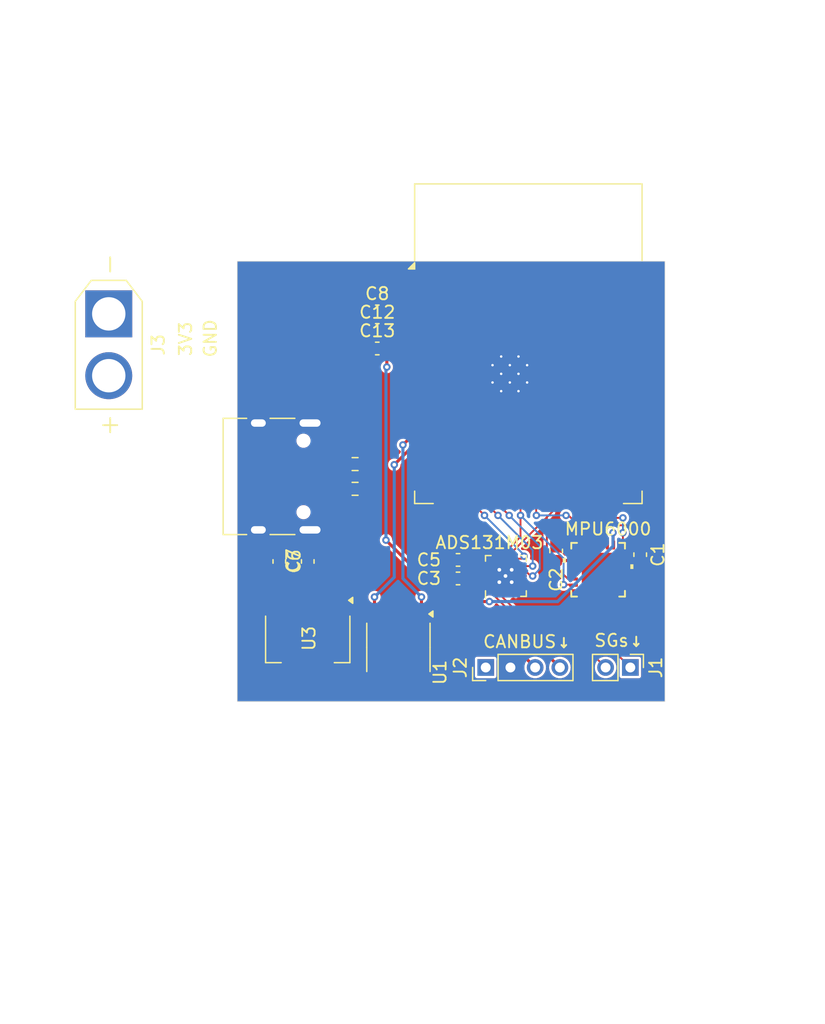
<source format=kicad_pcb>
(kicad_pcb (version 20240108) (generator "pcbnew") (generator_version "8.0")
  (layers (0 "F.Cu" signal) (31 "B.Cu" signal) (34 "B.Paste" user) (35 "F.Paste" user) (36 "B.SilkS" user "B.Silkscreen") (37 "F.SilkS" user "F.Silkscreen") (38 "B.Mask" user) (39 "F.Mask" user) (44 "Edge.Cuts" user))
  (net 0 "")
  (net 1 "+3V3")
  (net 2 "/SYNC_{ADC}")
  (net 3 "/ADS-")
  (net 5 "GND")
  (net 7 "/CLK_{ADC}")
  (net 8 "/SCLK")
  (net 9 "Net-(ADS131M03-CAP)")
  (net 10 "/ADS+")
  (net 11 "/DRDY_{ADC}")
  (net 12 "/MISO")
  (net 14 "/CS_{ADC}")
  (net 15 "/MOSI")
  (net 19 "Net-(MPU6000-REGOUT)")
  (net 20 "Net-(MPU6000-CPOUT)")
  (net 21 "+5V")
  (net 22 "/CANL")
  (net 23 "/CANH")
  (net 29 "/INT_{gyro}")
  (net 34 "/CS_{gyro}")
  (net 37 "Net-(P1-D+)")
  (net 38 "Net-(P1-D-)")
  (net 54 "/USB_{D}+")
  (net 55 "/USB_{D}-")
  (net 63 "/RX")
  (net 64 "/TX")
  (footprint "Connector_PinHeader_2.00mm:PinHeader_1x02_P2.00mm_Vertical" (layer "F.Cu") (at 186.6 89.8 -90)
    (property "Reference" "J1" (at 0 -2.06 90) (layer "F.SilkS"))
    (property "Value" "Conn_01x02_Socket")
    (fp_line (start -1.06 3.06) (end 1.06 3.06) (stroke (width 0.12)) (layer "F.SilkS"))
    (fp_line (start -1.06 1) (end -1.06 3.06) (stroke (width 0.12)) (layer "F.SilkS"))
    (fp_line (start -1.06 1) (end 1.06 1) (stroke (width 0.12)) (layer "F.SilkS"))
    (fp_line (start 1.06 1) (end 1.06 3.06) (stroke (width 0.12)) (layer "F.SilkS"))
    (fp_line (start -1.06 0) (end -1.06 -1.06) (stroke (width 0.12)) (layer "F.SilkS"))
    (fp_line (start -1.06 -1.06) (end 0 -1.06) (stroke (width 0.12)) (layer "F.SilkS"))
    (pad "1" thru_hole rect (at 0 0 270) (size 1.35 1.35) (drill 0.8) (layers "*.Cu" "*.Mask") (net 3 "/ADS-"))
    (pad "2" thru_hole oval (at 0 2 270) (size 1.35 1.35) (drill 0.8) (layers "*.Cu" "*.Mask") (net 10 "/ADS+"))
  )
  (footprint "0_stuff:ads" (layer "F.Cu") (at 176.533334 82.4 90)
    (property "Reference" "ADS131M03" (at 2.7 -1.333334 0) (layer "F.SilkS"))
    (property "Value" "~")
    (fp_line (start 1.65 -1.65) (end 1.65 -1.2) (stroke (width 0.12)) (layer "F.SilkS"))
    (fp_line (start 1.2 -1.65) (end 1.65 -1.65) (stroke (width 0.12)) (layer "F.SilkS"))
    (fp_line (start -1.2 -1.65) (end -1.8 -1.65) (stroke (width 0.12)) (layer "F.SilkS"))
    (fp_line (start 1.65 1.65) (end 1.65 1.2) (stroke (width 0.12)) (layer "F.SilkS"))
    (fp_line (start 1.2 1.65) (end 1.65 1.65) (stroke (width 0.12)) (layer "F.SilkS"))
    (fp_line (start -1.2 1.65) (end -1.65 1.65) (stroke (width 0.12)) (layer "F.SilkS"))
    (fp_line (start -1.65 1.65) (end -1.65 1.2) (stroke (width 0.12)) (layer "F.SilkS"))
    (pad "1" smd oval (at -1.4 -0.8 180) (size 0.2 0.6) (layers "F.Cu" "F.Paste" "F.Mask") (net 10 "/ADS+"))
    (pad "2" smd oval (at -1.4 -0.4 180) (size 0.2 0.6) (layers "F.Cu" "F.Paste" "F.Mask") (net 3 "/ADS-"))
    (pad "3" smd oval (at -1.4 0 180) (size 0.2 0.6) (layers "F.Cu" "F.Paste" "F.Mask"))
    (pad "4" smd oval (at -1.4 0.4 180) (size 0.2 0.6) (layers "F.Cu" "F.Paste" "F.Mask"))
    (pad "5" smd oval (at -1.4 0.8 180) (size 0.2 0.6) (layers "F.Cu" "F.Paste" "F.Mask"))
    (pad "6" smd oval (at -0.8 1.4 90) (size 0.2 0.6) (layers "F.Cu" "F.Paste" "F.Mask"))
    (pad "7" smd oval (at -0.4 1.4 90) (size 0.2 0.6) (layers "F.Cu" "F.Paste" "F.Mask"))
    (pad "8" smd oval (at 0 1.4 90) (size 0.2 0.6) (layers "F.Cu" "F.Paste" "F.Mask"))
    (pad "9" smd oval (at 0.4 1.4 90) (size 0.2 0.6) (layers "F.Cu" "F.Paste" "F.Mask") (net 2 "/SYNC_{ADC}"))
    (pad "10" smd oval (at 0.8 1.4 90) (size 0.2 0.6) (layers "F.Cu" "F.Paste" "F.Mask") (net 14 "/CS_{ADC}"))
    (pad "11" smd oval (at 1.4 0.8 180) (size 0.2 0.6) (layers "F.Cu" "F.Paste" "F.Mask") (net 11 "/DRDY_{ADC}"))
    (pad "12" smd oval (at 1.4 0.4 180) (size 0.2 0.6) (layers "F.Cu" "F.Paste" "F.Mask") (net 8 "/SCLK"))
    (pad "13" smd oval (at 1.4 0 180) (size 0.2 0.6) (layers "F.Cu" "F.Paste" "F.Mask") (net 12 "/MISO"))
    (pad "14" smd oval (at 1.4 -0.4 180) (size 0.2 0.6) (layers "F.Cu" "F.Paste" "F.Mask") (net 15 "/MOSI"))
    (pad "15" smd oval (at 1.4 -0.8 180) (size 0.2 0.6) (layers "F.Cu" "F.Paste" "F.Mask") (net 7 "/CLK_{ADC}"))
    (pad "16" smd oval (at 0.8 -1.4 90) (size 0.2 0.6) (layers "F.Cu" "F.Paste" "F.Mask") (net 9 "Net-(ADS131M03-CAP)"))
    (pad "17" smd oval (at 0.4 -1.4 90) (size 0.2 0.6) (layers "F.Cu" "F.Paste" "F.Mask") (net 5 "GND"))
    (pad "18" smd oval (at 0 -1.4 90) (size 0.2 0.6) (layers "F.Cu" "F.Paste" "F.Mask") (net 1 "+3V3"))
    (pad "19" smd oval (at -0.4 -1.4 90) (size 0.2 0.6) (layers "F.Cu" "F.Paste" "F.Mask") (net 1 "+3V3"))
    (pad "20" smd oval (at -0.8 -1.4 90) (size 0.2 0.6) (layers "F.Cu" "F.Paste" "F.Mask") (net 5 "GND"))
    (pad "21" smd rect (at 0 0 90) (size 1.7 1.7) (layers "F.Cu" "F.Mask"))
  )
  (footprint "Connector_AMASS:AMASS_XT30U-M_1x02_P5.0mm_Vertical" (layer "F.Cu") (at 144.4 61.2 -90)
    (property "Reference" "J3" (at 2.5 -4 -90) (layer "F.SilkS"))
    (property "Value" "Conn_01x02_Socket")
    (fp_line (start -1.01 2.71) (end 7.71 2.71) (stroke (width 0.12)) (layer "F.SilkS"))
    (fp_line (start -2.71 1.41) (end -1.01 2.71) (stroke (width 0.12)) (layer "F.SilkS"))
    (fp_line (start -2.71 -1.41) (end -2.71 1.41) (stroke (width 0.12)) (layer "F.SilkS"))
    (fp_line (start -2.71 -1.41) (end -1.01 -2.71) (stroke (width 0.12)) (layer "F.SilkS"))
    (fp_line (start -1.01 -2.71) (end 7.71 -2.71) (stroke (width 0.12)) (layer "F.SilkS"))
    (fp_line (start 7.71 -2.71) (end 7.71 2.71) (stroke (width 0.12)) (layer "F.SilkS"))
    (fp_text user "-" (at -4 0 -90) (layer "F.SilkS") (effects (font (size 1.5 1.5))))
    (fp_text user "+" (at 9 0 -90) (layer "F.SilkS") (effects (font (size 1.5 1.5))))
    (pad "1" thru_hole rect (at 0 0 270) (size 3.8 3.8) (drill 2.7) (layers "*.Cu" "*.Mask") (net 5 "GND"))
    (pad "2" thru_hole circle (at 5 0 270) (size 3.8 3.8) (drill 2.7) (layers "*.Cu" "*.Mask") (net 1 "+3V3"))
  )
  (footprint "Capacitor_SMD:C_0603_1608Metric" (layer "F.Cu") (at 160.5 81.225 -90)
    (property "Reference" "C7" (at -0.075 1.2 90) (layer "F.SilkS"))
    (property "Value" "22u")
    (fp_line (start -0.14058 0.51) (end 0.14058 0.51) (stroke (width 0.12)) (layer "F.SilkS"))
    (fp_line (start -0.14058 -0.51) (end 0.14058 -0.51) (stroke (width 0.12)) (layer "F.SilkS"))
    (pad "1" smd roundrect (at -0.775 0 270) (size 0.9 0.95) (layers "F.Cu" "F.Paste" "F.Mask") (net 5 "GND"))
    (pad "2" smd roundrect (at 0.775 0 270) (size 0.9 0.95) (layers "F.Cu" "F.Paste" "F.Mask") (net 1 "+3V3"))
  )
  (footprint "0_stuff:QFN24_4X4X0P9_IVS" (layer "F.Cu") (at 183.9939 81.8939 90)
    (property "Reference" "MPU6000" (at 3.2939 0.8061 0) (layer "F.SilkS"))
    (property "Value" "~")
    (fp_line (start 2.1717 -2.1717) (end 1.70974 -2.1717) (stroke (width 0.1524)) (layer "F.SilkS"))
    (fp_line (start -1.70974 -2.1717) (end -2.1717 -2.1717) (stroke (width 0.1524)) (layer "F.SilkS"))
    (fp_line (start -2.1717 -2.1717) (end -2.1717 -1.70974) (stroke (width 0.1524)) (layer "F.SilkS"))
    (fp_line (start 2.1717 -1.70974) (end 2.1717 -2.1717) (stroke (width 0.1524)) (layer "F.SilkS"))
    (fp_line (start -2.1717 1.70974) (end -2.1717 2.1717) (stroke (width 0.1524)) (layer "F.SilkS"))
    (fp_line (start 2.1717 2.1717) (end 2.1717 1.70974) (stroke (width 0.1524)) (layer "F.SilkS"))
    (fp_line (start 1.70974 2.1717) (end 2.1717 2.1717) (stroke (width 0.1524)) (layer "F.SilkS"))
    (fp_line (start -2.1717 2.1717) (end -1.70974 2.1717) (stroke (width 0.1524)) (layer "F.SilkS"))
    (fp_poly (pts (xy 0.559501 -2.6035) (xy 0.559501 -2.8575) (xy 0.940501 -2.8575) (xy 0.940501 -2.6035)) (fill solid) (layer "F.SilkS"))
    (fp_poly (pts (xy 0.059499 2.6035) (xy 0.059499 2.8575) (xy 0.4405 2.8575) (xy 0.4405 2.6035)) (fill solid) (layer "F.SilkS"))
    (pad "1" smd rect (at -1.9939 -1.25 180) (size 0.254 0.7112) (layers "F.Cu" "F.Paste" "F.Mask") (net 5 "GND"))
    (pad "2" smd rect (at -1.9939 -0.750001 180) (size 0.254 0.7112) (layers "F.Cu" "F.Paste" "F.Mask"))
    (pad "3" smd rect (at -1.9939 -0.25 180) (size 0.254 0.7112) (layers "F.Cu" "F.Paste" "F.Mask"))
    (pad "4" smd rect (at -1.9939 0.25 180) (size 0.254 0.7112) (layers "F.Cu" "F.Paste" "F.Mask"))
    (pad "5" smd rect (at -1.9939 0.750001 180) (size 0.254 0.7112) (layers "F.Cu" "F.Paste" "F.Mask"))
    (pad "6" smd rect (at -1.9939 1.25 180) (size 0.254 0.7112) (layers "F.Cu" "F.Paste" "F.Mask") (net 5 "GND"))
    (pad "7" smd rect (at -1.25 1.9939 90) (size 0.254 0.7112) (layers "F.Cu" "F.Paste" "F.Mask") (net 5 "GND"))
    (pad "8" smd rect (at -0.750001 1.9939 90) (size 0.254 0.7112) (layers "F.Cu" "F.Paste" "F.Mask") (net 34 "/CS_{gyro}"))
    (pad "9" smd rect (at -0.25 1.9939 90) (size 0.254 0.7112) (layers "F.Cu" "F.Paste" "F.Mask") (net 12 "/MISO"))
    (pad "10" smd rect (at 0.25 1.9939 90) (size 0.254 0.7112) (layers "F.Cu" "F.Paste" "F.Mask") (net 19 "Net-(MPU6000-REGOUT)"))
    (pad "11" smd rect (at 0.750001 1.9939 90) (size 0.254 0.7112) (layers "F.Cu" "F.Paste" "F.Mask") (net 5 "GND"))
    (pad "12" smd rect (at 1.25 1.9939 90) (size 0.254 0.7112) (layers "F.Cu" "F.Paste" "F.Mask") (net 29 "/INT_{gyro}"))
    (pad "13" smd rect (at 1.9939 1.25 180) (size 0.254 0.7112) (layers "F.Cu" "F.Paste" "F.Mask") (net 1 "+3V3"))
    (pad "14" smd rect (at 1.9939 0.750001 180) (size 0.254 0.7112) (layers "F.Cu" "F.Paste" "F.Mask"))
    (pad "15" smd rect (at 1.9939 0.25 180) (size 0.254 0.7112) (layers "F.Cu" "F.Paste" "F.Mask"))
    (pad "16" smd rect (at 1.9939 -0.25 180) (size 0.254 0.7112) (layers "F.Cu" "F.Paste" "F.Mask"))
    (pad "17" smd rect (at 1.9939 -0.750001 180) (size 0.254 0.7112) (layers "F.Cu" "F.Paste" "F.Mask"))
    (pad "18" smd rect (at 1.9939 -1.25 180) (size 0.254 0.7112) (layers "F.Cu" "F.Paste" "F.Mask") (net 5 "GND"))
    (pad "19" smd rect (at 1.25 -1.9939 90) (size 0.254 0.7112) (layers "F.Cu" "F.Paste" "F.Mask"))
    (pad "20" smd rect (at 0.750001 -1.9939 90) (size 0.254 0.7112) (layers "F.Cu" "F.Paste" "F.Mask") (net 20 "Net-(MPU6000-CPOUT)"))
    (pad "21" smd rect (at 0.25 -1.9939 90) (size 0.254 0.7112) (layers "F.Cu" "F.Paste" "F.Mask"))
    (pad "22" smd rect (at -0.25 -1.9939 90) (size 0.254 0.7112) (layers "F.Cu" "F.Paste" "F.Mask"))
    (pad "23" smd rect (at -0.750001 -1.9939 90) (size 0.254 0.7112) (layers "F.Cu" "F.Paste" "F.Mask") (net 8 "/SCLK"))
    (pad "24" smd rect (at -1.25 -1.9939 90) (size 0.254 0.7112) (layers "F.Cu" "F.Paste" "F.Mask") (net 15 "/MOSI"))
    (pad "25" smd rect (at 0 0 90) (size 2.7432 2.6416) (layers "F.Cu" "F.Paste" "F.Mask"))
  )
  (footprint "Capacitor_SMD:C_0603_1608Metric" (layer "F.Cu") (at 166.125 62.5)
    (property "Reference" "C12" (at 0 -1.43 0) (layer "F.SilkS"))
    (property "Value" "10n")
    (fp_line (start -0.14058 -0.51) (end 0.14058 -0.51) (stroke (width 0.12)) (layer "F.SilkS"))
    (fp_line (start -0.14058 0.51) (end 0.14058 0.51) (stroke (width 0.12)) (layer "F.SilkS"))
    (pad "1" smd roundrect (at -0.775 0) (size 0.9 0.95) (layers "F.Cu" "F.Paste" "F.Mask") (net 5 "GND"))
    (pad "2" smd roundrect (at 0.775 0) (size 0.9 0.95) (layers "F.Cu" "F.Paste" "F.Mask") (net 1 "+3V3"))
  )
  (footprint "Package_TO_SOT_SMD:SOT-223-3_TabPin2" (layer "F.Cu") (at 160.5 87.5 -90)
    (property "Reference" "U3" (at -0.05 -0.1 90) (layer "F.SilkS"))
    (property "Value" "AZ1117-3.3")
    (fp_line (start -1.85 3.41) (end 1.91 3.41) (stroke (width 0.12)) (layer "F.SilkS"))
    (fp_line (start 1.91 3.41) (end 1.91 2.15) (stroke (width 0.12)) (layer "F.SilkS"))
    (fp_line (start -1.85 -3.41) (end 1.91 -3.41) (stroke (width 0.12)) (layer "F.SilkS"))
    (fp_line (start 1.91 -3.41) (end 1.91 -2.15) (stroke (width 0.12)) (layer "F.SilkS"))
    (fp_poly (pts (xy -3.13 -3.31) (xy -3.37 -3.64) (xy -2.89 -3.64) (xy -3.13 -3.31)) (stroke (width 0.12)) (fill solid) (layer "F.SilkS"))
    (pad "1" smd roundrect (at -3.15 -2.3 270) (size 2 1.5) (layers "F.Cu" "F.Paste" "F.Mask") (net 5 "GND"))
    (pad "2" smd roundrect (at -3.15 0 270) (size 2 1.5) (layers "F.Cu" "F.Paste" "F.Mask") (net 1 "+3V3"))
    (pad "2" smd roundrect (at 3.15 0 270) (size 2 3.8) (layers "F.Cu" "F.Paste" "F.Mask") (net 1 "+3V3"))
    (pad "3" smd roundrect (at -3.15 2.3 270) (size 2 1.5) (layers "F.Cu" "F.Paste" "F.Mask") (net 21 "+5V"))
  )
  (footprint "Resistor_SMD:R_0603_1608Metric" (layer "F.Cu") (at 164.33 75.35)
    (property "Reference" "R2" (hide yes))
    (property "Value" "22")
    (fp_line (start -0.237258 -0.5225) (end 0.237258 -0.5225) (stroke (width 0.12)) (layer "F.SilkS"))
    (fp_line (start -0.237258 0.5225) (end 0.237258 0.5225) (stroke (width 0.12)) (layer "F.SilkS"))
    (pad "1" smd roundrect (at -0.825 0) (size 0.8 0.95) (layers "F.Cu" "F.Paste" "F.Mask") (net 38 "Net-(P1-D-)"))
    (pad "2" smd roundrect (at 0.825 0) (size 0.8 0.95) (layers "F.Cu" "F.Paste" "F.Mask") (net 55 "/USB_{D}-"))
  )
  (footprint "Capacitor_SMD:C_0603_1608Metric" (layer "F.Cu") (at 172.658334 81.1)
    (property "Reference" "C5" (at -2.358334 0 0) (layer "F.SilkS"))
    (property "Value" "220n")
    (fp_line (start -0.14058 -0.51) (end 0.14058 -0.51) (stroke (width 0.12)) (layer "F.SilkS"))
    (fp_line (start -0.14058 0.51) (end 0.14058 0.51) (stroke (width 0.12)) (layer "F.SilkS"))
    (pad "1" smd roundrect (at -0.775 0) (size 0.9 0.95) (layers "F.Cu" "F.Paste" "F.Mask") (net 5 "GND"))
    (pad "2" smd roundrect (at 0.775 0) (size 0.9 0.95) (layers "F.Cu" "F.Paste" "F.Mask") (net 9 "Net-(ADS131M03-CAP)"))
  )
  (footprint "Resistor_SMD:R_0603_1608Metric" (layer "F.Cu") (at 164.33 73.35)
    (property "Reference" "R1" (hide yes))
    (property "Value" "22")
    (fp_line (start -0.237258 -0.5225) (end 0.237258 -0.5225) (stroke (width 0.12)) (layer "F.SilkS"))
    (fp_line (start -0.237258 0.5225) (end 0.237258 0.5225) (stroke (width 0.12)) (layer "F.SilkS"))
    (pad "1" smd roundrect (at -0.825 0) (size 0.8 0.95) (layers "F.Cu" "F.Paste" "F.Mask") (net 37 "Net-(P1-D+)"))
    (pad "2" smd roundrect (at 0.825 0) (size 0.8 0.95) (layers "F.Cu" "F.Paste" "F.Mask") (net 54 "/USB_{D}+"))
  )
  (footprint "RF_Module:ESP32-S3-WROOM-1" (layer "F.Cu") (at 178.35 63.59)
    (property "Reference" "U2" (hide yes))
    (property "Value" "ESP32-S3-WROOM-1")
    (fp_line (start -9.2 -12.9) (end -9.2 -6.7) (stroke (width 0.12)) (layer "F.SilkS"))
    (fp_line (start -9.2 -12.9) (end 9.2 -12.9) (stroke (width 0.12)) (layer "F.SilkS"))
    (fp_line (start -9.2 11.95) (end -9.2 12.95) (stroke (width 0.12)) (layer "F.SilkS"))
    (fp_line (start -9.2 12.95) (end -7.7 12.95) (stroke (width 0.12)) (layer "F.SilkS"))
    (fp_line (start 9.2 -12.9) (end 9.2 -6.7) (stroke (width 0.12)) (layer "F.SilkS"))
    (fp_line (start 9.2 12.95) (end 7.7 12.95) (stroke (width 0.12)) (layer "F.SilkS"))
    (fp_line (start 9.2 12.95) (end 9.2 11.95) (stroke (width 0.12)) (layer "F.SilkS"))
    (fp_poly (pts (xy -9.2 -6.025) (xy -9.7 -6.025) (xy -9.2 -6.525) (xy -9.2 -6.025)) (stroke (width 0.12)) (fill solid) (layer "F.SilkS"))
    (pad "1" smd rect (at -8.75 -5.26) (size 1.5 0.9) (layers "F.Cu" "F.Paste" "F.Mask") (net 5 "GND"))
    (pad "2" smd rect (at -8.75 -3.99) (size 1.5 0.9) (layers "F.Cu" "F.Paste" "F.Mask") (net 1 "+3V3"))
    (pad "3" smd rect (at -8.75 -2.72) (size 1.5 0.9) (layers "F.Cu" "F.Paste" "F.Mask"))
    (pad "4" smd rect (at -8.75 -1.45) (size 1.5 0.9) (layers "F.Cu" "F.Paste" "F.Mask"))
    (pad "5" smd rect (at -8.75 -0.18) (size 1.5 0.9) (layers "F.Cu" "F.Paste" "F.Mask"))
    (pad "6" smd rect (at -8.75 1.09) (size 1.5 0.9) (layers "F.Cu" "F.Paste" "F.Mask"))
    (pad "7" smd rect (at -8.75 2.36) (size 1.5 0.9) (layers "F.Cu" "F.Paste" "F.Mask"))
    (pad "8" smd rect (at -8.75 3.63) (size 1.5 0.9) (layers "F.Cu" "F.Paste" "F.Mask"))
    (pad "9" smd rect (at -8.75 4.9) (size 1.5 0.9) (layers "F.Cu" "F.Paste" "F.Mask"))
    (pad "10" smd rect (at -8.75 6.17) (size 1.5 0.9) (layers "F.Cu" "F.Paste" "F.Mask"))
    (pad "11" smd rect (at -8.75 7.44) (size 1.5 0.9) (layers "F.Cu" "F.Paste" "F.Mask") (net 64 "/TX"))
    (pad "12" smd rect (at -8.75 8.71) (size 1.5 0.9) (layers "F.Cu" "F.Paste" "F.Mask") (net 63 "/RX"))
    (pad "13" smd rect (at -8.75 9.98) (size 1.5 0.9) (layers "F.Cu" "F.Paste" "F.Mask") (net 55 "/USB_{D}-"))
    (pad "14" smd rect (at -8.75 11.25 180) (size 1.5 0.9) (layers "F.Cu" "F.Paste" "F.Mask") (net 54 "/USB_{D}+"))
    (pad "15" smd rect (at -6.985 12.5 270) (size 1.5 0.9) (layers "F.Cu" "F.Paste" "F.Mask"))
    (pad "16" smd rect (at -5.715 12.5 270) (size 1.5 0.9) (layers "F.Cu" "F.Paste" "F.Mask") (net 7 "/CLK_{ADC}"))
    (pad "17" smd rect (at -4.445 12.5 270) (size 1.5 0.9) (layers "F.Cu" "F.Paste" "F.Mask") (net 11 "/DRDY_{ADC}"))
    (pad "18" smd rect (at -3.175 12.5 270) (size 1.5 0.9) (layers "F.Cu" "F.Paste" "F.Mask") (net 14 "/CS_{ADC}"))
    (pad "19" smd rect (at -1.905 12.5 270) (size 1.5 0.9) (layers "F.Cu" "F.Paste" "F.Mask") (net 2 "/SYNC_{ADC}"))
    (pad "20" smd rect (at -0.635 12.5 270) (size 1.5 0.9) (layers "F.Cu" "F.Paste" "F.Mask") (net 15 "/MOSI"))
    (pad "21" smd rect (at 0.635 12.5 270) (size 1.5 0.9) (layers "F.Cu" "F.Paste" "F.Mask") (net 12 "/MISO"))
    (pad "22" smd rect (at 1.905 12.5 270) (size 1.5 0.9) (layers "F.Cu" "F.Paste" "F.Mask") (net 8 "/SCLK"))
    (pad "23" smd rect (at 3.175 12.5 270) (size 1.5 0.9) (layers "F.Cu" "F.Paste" "F.Mask"))
    (pad "24" smd rect (at 4.445 12.5 270) (size 1.5 0.9) (layers "F.Cu" "F.Paste" "F.Mask"))
    (pad "25" smd rect (at 5.715 12.5 270) (size 1.5 0.9) (layers "F.Cu" "F.Paste" "F.Mask") (net 29 "/INT_{gyro}"))
    (pad "26" smd rect (at 6.985 12.5 270) (size 1.5 0.9) (layers "F.Cu" "F.Paste" "F.Mask") (net 34 "/CS_{gyro}"))
    (pad "27" smd rect (at 8.75 11.25) (size 1.5 0.9) (layers "F.Cu" "F.Paste" "F.Mask"))
    (pad "28" smd rect (at 8.75 9.98) (size 1.5 0.9) (layers "F.Cu" "F.Paste" "F.Mask"))
    (pad "29" smd rect (at 8.75 8.71) (size 1.5 0.9) (layers "F.Cu" "F.Paste" "F.Mask"))
    (pad "30" smd rect (at 8.75 7.44) (size 1.5 0.9) (layers "F.Cu" "F.Paste" "F.Mask"))
    (pad "31" smd rect (at 8.75 6.17) (size 1.5 0.9) (layers "F.Cu" "F.Paste" "F.Mask"))
    (pad "32" smd rect (at 8.75 4.9) (size 1.5 0.9) (layers "F.Cu" "F.Paste" "F.Mask"))
    (pad "33" smd rect (at 8.75 3.63) (size 1.5 0.9) (layers "F.Cu" "F.Paste" "F.Mask"))
    (pad "34" smd rect (at 8.75 2.36) (size 1.5 0.9) (layers "F.Cu" "F.Paste" "F.Mask"))
    (pad "35" smd rect (at 8.75 1.09) (size 1.5 0.9) (layers "F.Cu" "F.Paste" "F.Mask"))
    (pad "36" smd rect (at 8.75 -0.18) (size 1.5 0.9) (layers "F.Cu" "F.Paste" "F.Mask"))
    (pad "37" smd rect (at 8.75 -1.45) (size 1.5 0.9) (layers "F.Cu" "F.Paste" "F.Mask"))
    (pad "38" smd rect (at 8.75 -2.72) (size 1.5 0.9) (layers "F.Cu" "F.Paste" "F.Mask"))
    (pad "39" smd rect (at 8.75 -3.99) (size 1.5 0.9) (layers "F.Cu" "F.Paste" "F.Mask"))
    (pad "40" smd rect (at 8.75 -5.26) (size 1.5 0.9) (layers "F.Cu" "F.Paste" "F.Mask") (net 5 "GND"))
    (pad "41" thru_hole circle (at -2.9 1.76 90) (size 0.6 0.6) (drill 0.2) (property pad_prop_heatsink) (layers "*.Cu" "F.Mask") (net 5 "GND"))
    (pad "41" thru_hole circle (at -2.9 3.16) (size 0.6 0.6) (drill 0.2) (property pad_prop_heatsink) (layers "*.Cu" "F.Mask") (net 5 "GND"))
    (pad "41" thru_hole circle (at -2.2 1.06) (size 0.6 0.6) (drill 0.2) (property pad_prop_heatsink) (layers "*.Cu" "F.Mask") (net 5 "GND"))
    (pad "41" thru_hole circle (at -2.2 2.46) (size 0.6 0.6) (drill 0.2) (property pad_prop_heatsink) (layers "*.Cu" "F.Mask") (net 5 "GND"))
    (pad "41" thru_hole circle (at -2.2 3.86) (size 0.6 0.6) (drill 0.2) (property pad_prop_heatsink) (layers "*.Cu" "F.Mask") (net 5 "GND"))
    (pad "41" thru_hole circle (at -1.5 1.76) (size 0.6 0.6) (drill 0.2) (property pad_prop_heatsink) (layers "*.Cu" "F.Mask") (net 5 "GND"))
    (pad "41" smd rect (at -1.5 2.46 270) (size 3.9 3.9) (layers "F.Cu" "F.Mask") (net 5 "GND"))
    (pad "41" thru_hole circle (at -1.5 3.16) (size 0.6 0.6) (drill 0.2) (property pad_prop_heatsink) (layers "*.Cu" "F.Mask") (net 5 "GND"))
    (pad "41" thru_hole circle (at -0.8 1.06) (size 0.6 0.6) (drill 0.2) (property pad_prop_heatsink) (layers "*.Cu" "F.Mask") (net 5 "GND"))
    (pad "41" thru_hole circle (at -0.8 2.46) (size 0.6 0.6) (drill 0.2) (property pad_prop_heatsink) (layers "*.Cu" "F.Mask") (net 5 "GND"))
    (pad "41" thru_hole circle (at -0.8 3.86) (size 0.6 0.6) (drill 0.2) (property pad_prop_heatsink) (layers "*.Cu" "F.Mask") (net 5 "GND"))
    (pad "41" thru_hole circle (at -0.1 1.76) (size 0.6 0.6) (drill 0.2) (property pad_prop_heatsink) (layers "*.Cu" "F.Mask") (net 5 "GND"))
    (pad "41" thru_hole circle (at -0.1 3.16) (size 0.6 0.6) (drill 0.2) (property pad_prop_heatsink) (layers "*.Cu" "F.Mask") (net 5 "GND"))
    (zone (net 0) (net_name "") (layers "F.Cu" "In1.Cu" "B.Cu") (connect_pads (clearance 0)) (min_thickness 0.254)
      (keepout (tracks not_allowed) (vias not_allowed) (pads not_allowed) (copperpour not_allowed) (footprints not_allowed))
      (fill (thermal_gap 0.508) (thermal_bridge_width 0.508))
      (polygon (pts (xy 154.35 56.84) (xy 202.35 56.84) (xy 202.35 35.84) (xy 154.35 35.84)))
    )
  )
  (footprint "Capacitor_SMD:C_0603_1608Metric" (layer "F.Cu") (at 172.658334 82.6)
    (property "Reference" "C3" (at -2.358334 0 0) (layer "F.SilkS"))
    (property "Value" "1u")
    (fp_line (start -0.14058 -0.51) (end 0.14058 -0.51) (stroke (width 0.12)) (layer "F.SilkS"))
    (fp_line (start -0.14058 0.51) (end 0.14058 0.51) (stroke (width 0.12)) (layer "F.SilkS"))
    (pad "1" smd roundrect (at -0.775 0) (size 0.9 0.95) (layers "F.Cu" "F.Paste" "F.Mask") (net 5 "GND"))
    (pad "2" smd roundrect (at 0.775 0) (size 0.9 0.95) (layers "F.Cu" "F.Paste" "F.Mask") (net 1 "+3V3"))
  )
  (footprint "Connector_USB:USB_C_Receptacle_HRO_TYPE-C-31-M-12" (layer "F.Cu") (at 157.555 74.35 -90)
    (property "Reference" "P1" (hide yes))
    (property "Value" "USB_C_Plug_USB2.0")
    (fp_line (start -4.7 3.9) (end 4.7 3.9) (stroke (width 0.12)) (layer "F.SilkS"))
    (fp_line (start -4.7 2) (end -4.7 3.9) (stroke (width 0.12)) (layer "F.SilkS"))
    (fp_line (start 4.7 2) (end 4.7 3.9) (stroke (width 0.12)) (layer "F.SilkS"))
    (fp_line (start -4.7 -1.9) (end -4.7 0.1) (stroke (width 0.12)) (layer "F.SilkS"))
    (fp_line (start 4.7 -1.9) (end 4.7 0.1) (stroke (width 0.12)) (layer "F.SilkS"))
    (pad "" np_thru_hole circle (at -2.89 -2.6 270) (size 0.65 0.65) (drill 0.65) (layers "*.Cu" "*.Mask"))
    (pad "" np_thru_hole circle (at 2.89 -2.6 270) (size 0.65 0.65) (drill 0.65) (layers "*.Cu" "*.Mask"))
    (pad "A1" smd rect (at -3.25 -4.045 270) (size 0.6 1.45) (layers "F.Cu" "F.Paste" "F.Mask") (net 5 "GND"))
    (pad "A4" smd rect (at -2.45 -4.045 270) (size 0.6 1.45) (layers "F.Cu" "F.Paste" "F.Mask") (net 21 "+5V"))
    (pad "A5" smd rect (at -1.25 -4.045 270) (size 0.3 1.45) (layers "F.Cu" "F.Paste" "F.Mask") (net 5 "GND"))
    (pad "A6" smd rect (at -0.25 -4.045 270) (size 0.3 1.45) (layers "F.Cu" "F.Paste" "F.Mask") (net 37 "Net-(P1-D+)"))
    (pad "A7" smd rect (at 0.25 -4.045 270) (size 0.3 1.45) (layers "F.Cu" "F.Paste" "F.Mask") (net 38 "Net-(P1-D-)"))
    (pad "A8" smd rect (at 1.25 -4.045 270) (size 0.3 1.45) (layers "F.Cu" "F.Paste" "F.Mask"))
    (pad "A9" smd rect (at 2.45 -4.045 270) (size 0.6 1.45) (layers "F.Cu" "F.Paste" "F.Mask") (net 21 "+5V"))
    (pad "A12" smd rect (at 3.25 -4.045 270) (size 0.6 1.45) (layers "F.Cu" "F.Paste" "F.Mask") (net 5 "GND"))
    (pad "B1" smd rect (at 3.25 -4.045 270) (size 0.6 1.45) (layers "F.Cu" "F.Paste" "F.Mask") (net 5 "GND"))
    (pad "B4" smd rect (at 2.45 -4.045 270) (size 0.6 1.45) (layers "F.Cu" "F.Paste" "F.Mask") (net 21 "+5V"))
    (pad "B5" smd rect (at 1.75 -4.045 270) (size 0.3 1.45) (layers "F.Cu" "F.Paste" "F.Mask") (net 5 "GND"))
    (pad "B6" smd rect (at 0.75 -4.045 270) (size 0.3 1.45) (layers "F.Cu" "F.Paste" "F.Mask"))
    (pad "B7" smd rect (at -0.75 -4.045 270) (size 0.3 1.45) (layers "F.Cu" "F.Paste" "F.Mask"))
    (pad "B8" smd rect (at -1.75 -4.045 270) (size 0.3 1.45) (layers "F.Cu" "F.Paste" "F.Mask"))
    (pad "B9" smd rect (at -2.45 -4.045 270) (size 0.6 1.45) (layers "F.Cu" "F.Paste" "F.Mask") (net 21 "+5V"))
    (pad "B12" smd rect (at -3.25 -4.045 270) (size 0.6 1.45) (layers "F.Cu" "F.Paste" "F.Mask") (net 5 "GND"))
    (pad "S1" thru_hole oval (at -4.32 -3.13 270) (size 1 2.1) (drill oval 0.6 1.7) (layers "*.Cu" "*.Mask") (net 5 "GND"))
    (pad "S1" thru_hole oval (at -4.32 1.05 270) (size 1 1.6) (drill oval 0.6 1.2) (layers "*.Cu" "*.Mask") (net 5 "GND"))
    (pad "S1" thru_hole oval (at 4.32 -3.13 270) (size 1 2.1) (drill oval 0.6 1.7) (layers "*.Cu" "*.Mask") (net 5 "GND"))
    (pad "S1" thru_hole oval (at 4.32 1.05 270) (size 1 1.6) (drill oval 0.6 1.2) (layers "*.Cu" "*.Mask") (net 5 "GND"))
  )
  (footprint "Capacitor_SMD:C_0603_1608Metric" (layer "F.Cu") (at 166.125 64)
    (property "Reference" "C13" (at 0 -1.43 0) (layer "F.SilkS"))
    (property "Value" "1u")
    (fp_line (start -0.14058 -0.51) (end 0.14058 -0.51) (stroke (width 0.12)) (layer "F.SilkS"))
    (fp_line (start -0.14058 0.51) (end 0.14058 0.51) (stroke (width 0.12)) (layer "F.SilkS"))
    (pad "1" smd roundrect (at -0.775 0) (size 0.9 0.95) (layers "F.Cu" "F.Paste" "F.Mask") (net 5 "GND"))
    (pad "2" smd roundrect (at 0.775 0) (size 0.9 0.95) (layers "F.Cu" "F.Paste" "F.Mask") (net 1 "+3V3"))
  )
  (footprint "Capacitor_SMD:C_0603_1608Metric" (layer "F.Cu") (at 180.6 80.375 -90)
    (property "Reference" "C2" (at 2.325 0 -90) (layer "F.SilkS"))
    (property "Value" "2.2n")
    (fp_line (start -0.14058 0.51) (end 0.14058 0.51) (stroke (width 0.12)) (layer "F.SilkS"))
    (fp_line (start -0.14058 -0.51) (end 0.14058 -0.51) (stroke (width 0.12)) (layer "F.SilkS"))
    (pad "1" smd roundrect (at -0.775 0 270) (size 0.9 0.95) (layers "F.Cu" "F.Paste" "F.Mask") (net 5 "GND"))
    (pad "2" smd roundrect (at 0.775 0 270) (size 0.9 0.95) (layers "F.Cu" "F.Paste" "F.Mask") (net 20 "Net-(MPU6000-CPOUT)"))
  )
  (footprint "Capacitor_SMD:C_0603_1608Metric" (layer "F.Cu") (at 166.125 61)
    (property "Reference" "C8" (at 0 -1.43 0) (layer "F.SilkS"))
    (property "Value" "100n")
    (fp_line (start -0.14058 -0.51) (end 0.14058 -0.51) (stroke (width 0.12)) (layer "F.SilkS"))
    (fp_line (start -0.14058 0.51) (end 0.14058 0.51) (stroke (width 0.12)) (layer "F.SilkS"))
    (pad "1" smd roundrect (at -0.775 0) (size 0.9 0.95) (layers "F.Cu" "F.Paste" "F.Mask") (net 5 "GND"))
    (pad "2" smd roundrect (at 0.775 0) (size 0.9 0.95) (layers "F.Cu" "F.Paste" "F.Mask") (net 1 "+3V3"))
  )
  (footprint "Capacitor_SMD:C_0603_1608Metric" (layer "F.Cu") (at 158.2 81.225 -90)
    (property "Reference" "C6" (at 0 -1.2 90) (layer "F.SilkS"))
    (property "Value" "22u")
    (fp_line (start -0.14058 0.51) (end 0.14058 0.51) (stroke (width 0.12)) (layer "F.SilkS"))
    (fp_line (start -0.14058 -0.51) (end 0.14058 -0.51) (stroke (width 0.12)) (layer "F.SilkS"))
    (pad "1" smd roundrect (at -0.775 0 270) (size 0.9 0.95) (layers "F.Cu" "F.Paste" "F.Mask") (net 5 "GND"))
    (pad "2" smd roundrect (at 0.775 0 270) (size 0.9 0.95) (layers "F.Cu" "F.Paste" "F.Mask") (net 21 "+5V"))
  )
  (footprint "Capacitor_SMD:C_0603_1608Metric" (layer "F.Cu") (at 187.4 80.675 -90)
    (property "Reference" "C1" (at 0 -1.43 90) (layer "F.SilkS"))
    (property "Value" "100n")
    (fp_line (start -0.14058 0.51) (end 0.14058 0.51) (stroke (width 0.12)) (layer "F.SilkS"))
    (fp_line (start -0.14058 -0.51) (end 0.14058 -0.51) (stroke (width 0.12)) (layer "F.SilkS"))
    (pad "1" smd roundrect (at -0.775 0 270) (size 0.9 0.95) (layers "F.Cu" "F.Paste" "F.Mask") (net 5 "GND"))
    (pad "2" smd roundrect (at 0.775 0 270) (size 0.9 0.95) (layers "F.Cu" "F.Paste" "F.Mask") (net 19 "Net-(MPU6000-REGOUT)"))
  )
  (footprint "Connector_PinHeader_2.00mm:PinHeader_1x04_P2.00mm_Vertical" (layer "F.Cu") (at 174.9 89.8 90)
    (property "Reference" "J2" (at 0 -2.06 -90) (layer "F.SilkS"))
    (property "Value" "Conn_01x04_Pin")
    (fp_line (start -1.06 -1.06) (end 0 -1.06) (stroke (width 0.12)) (layer "F.SilkS"))
    (fp_line (start -1.06 0) (end -1.06 -1.06) (stroke (width 0.12)) (layer "F.SilkS"))
    (fp_line (start 1.06 1) (end 1.06 7.06) (stroke (width 0.12)) (layer "F.SilkS"))
    (fp_line (start -1.06 1) (end 1.06 1) (stroke (width 0.12)) (layer "F.SilkS"))
    (fp_line (start -1.06 1) (end -1.06 7.06) (stroke (width 0.12)) (layer "F.SilkS"))
    (fp_line (start -1.06 7.06) (end 1.06 7.06) (stroke (width 0.12)) (layer "F.SilkS"))
    (pad "1" thru_hole rect (at 0 0 90) (size 1.35 1.35) (drill 0.8) (layers "*.Cu" "*.Mask") (net 1 "+3V3"))
    (pad "2" thru_hole oval (at 0 2 90) (size 1.35 1.35) (drill 0.8) (layers "*.Cu" "*.Mask") (net 5 "GND"))
    (pad "3" thru_hole oval (at 0 4 90) (size 1.35 1.35) (drill 0.8) (layers "*.Cu" "*.Mask") (net 23 "/CANH"))
    (pad "4" thru_hole oval (at 0 6 90) (size 1.35 1.35) (drill 0.8) (layers "*.Cu" "*.Mask") (net 22 "/CANL"))
  )
  (footprint "Package_SO:SO-8_3.9x4.9mm_P1.27mm" (layer "F.Cu") (at 167.835 88.175 -90)
    (property "Reference" "U1" (at 2.025 -3.365 90) (layer "F.SilkS"))
    (property "Value" "~")
    (fp_line (start 0 2.56) (end -1.95 2.56) (stroke (width 0.12)) (layer "F.SilkS"))
    (fp_line (start 0 2.56) (end 1.95 2.56) (stroke (width 0.12)) (layer "F.SilkS"))
    (fp_line (start 0 -2.56) (end -1.95 -2.56) (stroke (width 0.12)) (layer "F.SilkS"))
    (fp_line (start 0 -2.56) (end 1.95 -2.56) (stroke (width 0.12)) (layer "F.SilkS"))
    (fp_poly (pts (xy -2.7 -2.465) (xy -2.94 -2.795) (xy -2.46 -2.795) (xy -2.7 -2.465)) (stroke (width 0.12)) (fill solid) (layer "F.SilkS"))
    (pad "1" smd roundrect (at -2.575 -1.905 270) (size 1.75 0.6) (layers "F.Cu" "F.Paste" "F.Mask") (net 64 "/TX"))
    (pad "2" smd roundrect (at -2.575 -0.635 270) (size 1.75 0.6) (layers "F.Cu" "F.Paste" "F.Mask") (net 5 "GND"))
    (pad "3" smd roundrect (at -2.575 0.635 270) (size 1.75 0.6) (layers "F.Cu" "F.Paste" "F.Mask") (net 1 "+3V3"))
    (pad "4" smd roundrect (at -2.575 1.905 270) (size 1.75 0.6) (layers "F.Cu" "F.Paste" "F.Mask") (net 63 "/RX"))
    (pad "5" smd roundrect (at 2.575 1.905 270) (size 1.75 0.6) (layers "F.Cu" "F.Paste" "F.Mask"))
    (pad "6" smd roundrect (at 2.575 0.635 270) (size 1.75 0.6) (layers "F.Cu" "F.Paste" "F.Mask") (net 22 "/CANL"))
    (pad "7" smd roundrect (at 2.575 -0.635 270) (size 1.75 0.6) (layers "F.Cu" "F.Paste" "F.Mask") (net 23 "/CANH"))
    (pad "8" smd roundrect (at 2.575 -1.905 270) (size 1.75 0.6) (layers "F.Cu" "F.Paste" "F.Mask") (net 5 "GND"))
  )
  (gr_rect (start 154.8 56.95) (end 189.4 92.55) (stroke (width 0.05)) (fill none) (layer "Edge.Cuts"))
  (gr_text "CANBUS↓" (at 174.6 88.3 0) (layer "F.SilkS") (effects (font (size 1 1)) (justify left bottom)))
  (gr_text "GND" (at 153.2 64.8 90) (layer "F.SilkS") (effects (font (size 1 1)) (justify left bottom)))
  (gr_text "3V3" (at 151.2 64.7 90) (layer "F.SilkS") (effects (font (size 1 1)) (justify left bottom)))
  (gr_text "SGs↓" (at 183.6 88.2 0) (layer "F.SilkS") (effects (font (size 1 1)) (justify left bottom)))
  (segment (start 173.533334 82.6) (end 174.733334 82.6) (width 0.15) (layer "F.Cu") (net 1))
  (segment (start 168.3 59.6) (end 169.6 59.6) (width 0.25) (layer "F.Cu") (net 1))
  (segment (start 166.9 61) (end 168.3 59.6) (width 0.25) (layer "F.Cu") (net 1))
  (segment (start 170.814682 83.485318) (end 171.796031 84.466667) (width 0.25) (layer "F.Cu") (net 1))
  (segment (start 173.3 84.466667) (end 173.5 84.466667) (width 0.25) (layer "F.Cu") (net 1))
  (segment (start 174.733334 82.6) (end 174.933334 82.4) (width 0.15) (layer "F.Cu") (net 1))
  (segment (start 166.9 61) (end 166.9 65.5) (width 0.25) (layer "F.Cu") (net 1))
  (segment (start 168.450001 83.475) (end 170.804364 83.475) (width 0.25) (layer "F.Cu") (net 1))
  (segment (start 173.433334 82.6) (end 173.433334 84.400001) (width 0.25) (layer "F.Cu") (net 1))
  (segment (start 171.796031 84.466667) (end 173.3 84.466667) (width 0.25) (layer "F.Cu") (net 1))
  (segment (start 185.2 78.9) (end 185.2 79.8561) (width 0.25) (layer "F.Cu") (net 1))
  (segment (start 167.2 85.6) (end 167.2 84.725001) (width 0.25) (layer "F.Cu") (net 1))
  (segment (start 174.166667 84.466667) (end 173.3 84.466667) (width 0.25) (layer "F.Cu") (net 1))
  (segment (start 166.829364 79.5) (end 170.814682 83.485318) (width 0.25) (layer "F.Cu") (net 1))
  (segment (start 185.2 79.8561) (end 185.2439 79.9) (width 0.25) (layer "F.Cu") (net 1))
  (segment (start 160.5 82) (end 160.5 84.35) (width 0.25) (layer "F.Cu") (net 1))
  (segment (start 167.2 84.725001) (end 168.450001 83.475) (width 0.25) (layer "F.Cu") (net 1))
  (segment (start 173.433334 84.400001) (end 173.5 84.466667) (width 0.25) (layer "F.Cu") (net 1))
  (segment (start 174.733334 82.6) (end 174.933334 82.8) (width 0.15) (layer "F.Cu") (net 1))
  (segment (start 170.804364 83.475) (end 170.814682 83.485318) (width 0.25) (layer "F.Cu") (net 1))
  (segment (start 173.5 84.466667) (end 175.2 84.466667) (width 0.25) (layer "F.Cu") (net 1))
  (via (at 166.829364 79.5) (size 0.6) (drill 0.3) (layers "F.Cu" "B.Cu") (net 1))
  (via (at 185.2 78.9) (size 0.6) (drill 0.3) (layers "F.Cu" "B.Cu") (net 1))
  (via (at 166.9 65.5) (size 0.6) (drill 0.3) (layers "F.Cu" "B.Cu") (net 1))
  (via (at 175.2 84.466667) (size 0.6) (drill 0.3) (layers "F.Cu" "B.Cu") (net 1))
  (segment (start 166.829364 65.570636) (end 166.829364 79.5) (width 0.25) (layer "B.Cu") (net 1))
  (segment (start 175.2 84.466667) (end 180.717217 84.466667) (width 0.25) (layer "B.Cu") (net 1))
  (segment (start 185.2 79.983884) (end 185.2 78.9) (width 0.25) (layer "B.Cu") (net 1))
  (segment (start 166.829364 79.5) (end 166.8 79.470636) (width 0.25) (layer "B.Cu") (net 1))
  (segment (start 166.9 65.5) (end 166.829364 65.570636) (width 0.25) (layer "B.Cu") (net 1))
  (segment (start 180.717217 84.466667) (end 185.2 79.983884) (width 0.25) (layer "B.Cu") (net 1))
  (segment (start 177.933334 82) (end 178.133334 82) (width 0.15) (layer "F.Cu") (net 2))
  (segment (start 176.8 77.5) (end 176.445 77.145) (width 0.15) (layer "F.Cu") (net 2))
  (segment (start 178.133334 82) (end 178.533334 82.4) (width 0.15) (layer "F.Cu") (net 2))
  (segment (start 178.533334 82.4) (end 178.7 82.4) (width 0.15) (layer "F.Cu") (net 2))
  (segment (start 176.445 77.145) (end 176.445 76.09) (width 0.15) (layer "F.Cu") (net 2))
  (via (at 178.7 82.4) (size 0.6) (drill 0.3) (layers "F.Cu" "B.Cu") (net 2))
  (via (at 176.8 77.5) (size 0.6) (drill 0.3) (layers "F.Cu" "B.Cu") (net 2))
  (segment (start 179.275 79.975) (end 179.275 81.838173) (width 0.15) (layer "B.Cu") (net 2))
  (segment (start 179.275 81.838173) (end 178.713173 82.4) (width 0.15) (layer "B.Cu") (net 2))
  (segment (start 178.713173 82.4) (end 178.7 82.4) (width 0.15) (layer "B.Cu") (net 2))
  (segment (start 176.8 77.5) (end 179.275 79.975) (width 0.15) (layer "B.Cu") (net 2))
  (segment (start 178.619425 86.475) (end 183.275 86.475) (width 0.15) (layer "F.Cu") (net 3))
  (segment (start 183.275 86.475) (end 186.6 89.8) (width 0.15) (layer "F.Cu") (net 3))
  (segment (start 176.133334 83.8) (end 176.133334 83.988909) (width 0.15) (layer "F.Cu") (net 3))
  (segment (start 176.133334 83.988909) (end 178.619425 86.475) (width 0.15) (layer "F.Cu") (net 3))
  (via (at 177 82.9) (size 0.5) (drill 0.3) (layers "F.Cu" "B.Cu") (net 5))
  (via (at 176 82.9) (size 0.5) (drill 0.3) (layers "F.Cu" "B.Cu") (net 5))
  (via (at 176.5 82.4) (size 0.5) (drill 0.3) (layers "F.Cu" "B.Cu") (net 5))
  (via (at 176 81.9) (size 0.5) (drill 0.3) (layers "F.Cu" "B.Cu") (net 5))
  (via (at 177 81.9) (size 0.5) (drill 0.3) (layers "F.Cu" "B.Cu") (net 5))
  (segment (start 172.635 76.09) (end 172.635 76.57) (width 0.15) (layer "F.Cu") (net 7))
  (segment (start 172.635 76.57) (end 175.733334 79.668334) (width 0.15) (layer "F.Cu") (net 7))
  (segment (start 175.733334 79.668334) (end 175.733334 81) (width 0.15) (layer "F.Cu") (net 7))
  (segment (start 179.847213 81.585555) (end 179.847213 77.647213) (width 0.15) (layer "F.Cu") (net 8))
  (segment (start 180.788173 81.875) (end 180.136658 81.875) (width 0.15) (layer "F.Cu") (net 8))
  (segment (start 181.557074 82.643901) (end 180.788173 81.875) (width 0.15) (layer "F.Cu") (net 8))
  (segment (start 180.255 76.09) (end 180.255 77.239425) (width 0.15) (layer "F.Cu") (net 8))
  (segment (start 182 82.643901) (end 181.557074 82.643901) (width 0.15) (layer "F.Cu") (net 8))
  (segment (start 180.136658 81.875) (end 179.847213 81.585555) (width 0.15) (layer "F.Cu") (net 8))
  (segment (start 176.933334 80.561091) (end 176.933334 81) (width 0.15) (layer "F.Cu") (net 8))
  (segment (start 180.255 77.239425) (end 179.847213 77.647213) (width 0.15) (layer "F.Cu") (net 8))
  (segment (start 179.847213 77.647213) (end 176.933334 80.561091) (width 0.15) (layer "F.Cu") (net 8))
  (segment (start 174.633334 81.1) (end 175.133334 81.6) (width 0.15) (layer "F.Cu") (net 9))
  (segment (start 173.433334 81.1) (end 174.633334 81.1) (width 0.15) (layer "F.Cu") (net 9))
  (segment (start 184.6 89.8) (end 181.625 86.825) (width 0.15) (layer "F.Cu") (net 10))
  (segment (start 181.625 86.825) (end 178.425 86.825) (width 0.15) (layer "F.Cu") (net 10))
  (segment (start 175.733334 84.133334) (end 175.733334 83.8) (width 0.15) (layer "F.Cu") (net 10))
  (segment (start 178.425 86.825) (end 175.733334 84.133334) (width 0.15) (layer "F.Cu") (net 10))
  (segment (start 173.905 76.605) (end 173.905 76.09) (width 0.15) (layer "F.Cu") (net 11))
  (segment (start 178 80.8) (end 177.8 81) (width 0.15) (layer "F.Cu") (net 11))
  (segment (start 174.8 77.5) (end 173.905 76.605) (width 0.15) (layer "F.Cu") (net 11))
  (segment (start 177.8 81) (end 177.333334 81) (width 0.15) (layer "F.Cu") (net 11))
  (via (at 178 80.8) (size 0.6) (drill 0.3) (layers "F.Cu" "B.Cu") (net 11))
  (via (at 174.8 77.5) (size 0.6) (drill 0.3) (layers "F.Cu" "B.Cu") (net 11))
  (segment (start 174.8 77.5) (end 178 80.7) (width 0.15) (layer "B.Cu") (net 11))
  (segment (start 178 80.7) (end 178 80.8) (width 0.15) (layer "B.Cu") (net 11))
  (segment (start 187.925 82.175) (end 186.0189 82.175) (width 0.15) (layer "F.Cu") (net 12))
  (segment (start 178.985 77.485) (end 179 77.5) (width 0.15) (layer "F.Cu") (net 12))
  (segment (start 182.4 78.3) (end 187.005026 78.3) (width 0.15) (layer "F.Cu") (net 12))
  (segment (start 181.6 77.5) (end 182.4 78.3) (width 0.15) (layer "F.Cu") (net 12))
  (segment (start 188.15 79.444974) (end 188.15 81.95) (width 0.15) (layer "F.Cu") (net 12))
  (segment (start 181.4 77.5) (end 181.6 77.5) (width 0.15) (layer "F.Cu") (net 12))
  (segment (start 188.15 81.95) (end 187.925 82.175) (width 0.15) (layer "F.Cu") (net 12))
  (segment (start 178.985 76.09) (end 178.985 77.485) (width 0.15) (layer "F.Cu") (net 12))
  (segment (start 187.005026 78.3) (end 188.15 79.444974) (width 0.15) (layer "F.Cu") (net 12))
  (segment (start 186.0189 82.175) (end 185.9878 82.1439) (width 0.15) (layer "F.Cu") (net 12))
  (via (at 181.4 77.5) (size 0.6) (drill 0.3) (layers "F.Cu" "B.Cu") (net 12))
  (via (at 179 77.5) (size 0.6) (drill 0.3) (layers "F.Cu" "B.Cu") (net 12))
  (segment (start 179 77.5) (end 181.4 77.5) (width 0.15) (layer "B.Cu") (net 12))
  (segment (start 175.893413 77.5) (end 175.175 76.781587) (width 0.15) (layer "F.Cu") (net 14))
  (segment (start 178.7 81.6) (end 177.933334 81.6) (width 0.15) (layer "F.Cu") (net 14))
  (segment (start 175.175 76.781587) (end 175.175 76.09) (width 0.15) (layer "F.Cu") (net 14))
  (via (at 178.7 81.6) (size 0.6) (drill 0.3) (layers "F.Cu" "B.Cu") (net 14))
  (via (at 175.893413 77.5) (size 0.6) (drill 0.3) (layers "F.Cu" "B.Cu") (net 14))
  (segment (start 178.7 80.306587) (end 178.7 81.6) (width 0.15) (layer "B.Cu") (net 14))
  (segment (start 175.893413 77.5) (end 178.7 80.306587) (width 0.15) (layer "B.Cu") (net 14))
  (segment (start 175.893413 77.5) (end 175.9 77.5) (width 0.15) (layer "B.Cu") (net 14))
  (segment (start 176.133334 80.811091) (end 176.133334 81) (width 0.15) (layer "F.Cu") (net 15))
  (segment (start 177.715 79.229425) (end 176.133334 80.811091) (width 0.15) (layer "F.Cu") (net 15))
  (segment (start 177.715 76.09) (end 177.715 79.229425) (width 0.15) (layer "F.Cu") (net 15))
  (segment (start 181.9561 83.1) (end 182 83.1439) (width 0.15) (layer "F.Cu") (net 15))
  (segment (start 181.2 83.1) (end 181.9561 83.1) (width 0.15) (layer "F.Cu") (net 15))
  (via (at 181.2 83.1) (size 0.6) (drill 0.3) (layers "F.Cu" "B.Cu") (net 15))
  (via (at 177.715 77.5) (size 0.6) (drill 0.3) (layers "F.Cu" "B.Cu") (net 15))
  (segment (start 181.2 80.985) (end 181.2 83.1) (width 0.15) (layer "B.Cu") (net 15))
  (segment (start 177.715 77.5) (end 181.2 80.985) (width 0.15) (layer "B.Cu") (net 15))
  (segment (start 187.2061 81.6439) (end 185.9878 81.6439) (width 0.15) (layer "F.Cu") (net 19))
  (segment (start 187.4 81.45) (end 187.2061 81.6439) (width 0.15) (layer "F.Cu") (net 19))
  (segment (start 181.993899 81.15) (end 182 81.143899) (width 0.25) (layer "F.Cu") (net 20))
  (segment (start 180.6 81.15) (end 181.993899 81.15) (width 0.25) (layer "F.Cu") (net 20))
  (segment (start 158.2 82) (end 158.2 84.35) (width 0.25) (layer "F.Cu") (net 21))
  (segment (start 161.7 76.9) (end 161.6 76.8) (width 0.25) (layer "F.Cu") (net 21))
  (segment (start 167.2 90.75) (end 167.2 89.875001) (width 0.25) (layer "F.Cu") (net 22))
  (segment (start 168.775001 88.3) (end 179.4 88.3) (width 0.25) (layer "F.Cu") (net 22))
  (segment (start 167.2 89.875001) (end 168.775001 88.3) (width 0.25) (layer "F.Cu") (net 22))
  (segment (start 179.4 88.3) (end 180.9 89.8) (width 0.25) (layer "F.Cu") (net 22))
  (segment (start 169.545001 88.8) (end 168.47 89.875001) (width 0.25) (layer "F.Cu") (net 23))
  (segment (start 178.9 89.8) (end 177.9 88.8) (width 0.25) (layer "F.Cu") (net 23))
  (segment (start 177.9 88.8) (end 169.545001 88.8) (width 0.25) (layer "F.Cu") (net 23))
  (segment (start 168.47 89.875001) (end 168.47 90.75) (width 0.25) (layer "F.Cu") (net 23))
  (segment (start 186 78.9) (end 186 80.6317) (width 0.15) (layer "F.Cu") (net 29))
  (segment (start 186 80.6317) (end 185.9878 80.6439) (width 0.15) (layer "F.Cu") (net 29))
  (segment (start 184.065 76.57) (end 185.195 77.7) (width 0.15) (layer "F.Cu") (net 29))
  (segment (start 185.195 77.7) (end 186 77.7) (width 0.15) (layer "F.Cu") (net 29))
  (segment (start 184.065 76.09) (end 184.065 76.57) (width 0.15) (layer "F.Cu") (net 29))
  (via (at 186 78.9) (size 0.6) (drill 0.3) (layers "F.Cu" "B.Cu") (net 29))
  (via (at 186 77.7) (size 0.6) (drill 0.3) (layers "F.Cu" "B.Cu") (net 29))
  (segment (start 186 77.7) (end 186 78.9) (width 0.15) (layer "B.Cu") (net 29))
  (segment (start 187.951073 82.643901) (end 185.9878 82.643901) (width 0.15) (layer "F.Cu") (net 34))
  (segment (start 188.5 79.255) (end 188.5 82.094974) (width 0.15) (layer "F.Cu") (net 34))
  (segment (start 188.5 82.094974) (end 187.951073 82.643901) (width 0.15) (layer "F.Cu") (net 34))
  (segment (start 185.335 76.09) (end 188.5 79.255) (width 0.15) (layer "F.Cu") (net 34))
  (segment (start 163.505 73.35) (end 162.755 74.1) (width 0.25) (layer "F.Cu") (net 37))
  (segment (start 162.755 74.1) (end 161.605 74.1) (width 0.25) (layer "F.Cu") (net 37))
  (segment (start 162.755 74.6) (end 161.605 74.6) (width 0.25) (layer "F.Cu") (net 38))
  (segment (start 163.505 75.35) (end 162.755 74.6) (width 0.25) (layer "F.Cu") (net 38))
  (segment (start 165.155 73.35) (end 165.155 72.05) (width 0.25) (layer "F.Cu") (net 54))
  (segment (start 165.155 75.35) (end 164.43 74.625) (width 0.25) (layer "F.Cu") (net 55))
  (segment (start 164.43 74.625) (end 164.43 71.865) (width 0.25) (layer "F.Cu") (net 55))
  (segment (start 168.6 72.3) (end 167.5 73.4) (width 0.25) (layer "F.Cu") (net 63))
  (segment (start 169.6 72.3) (end 168.6 72.3) (width 0.25) (layer "F.Cu") (net 63))
  (segment (start 165.9 84.1) (end 165.9 84.97) (width 0.25) (layer "F.Cu") (net 63))
  (segment (start 165.9 84.97) (end 165.93 85) (width 0.25) (layer "F.Cu") (net 63))
  (via (at 165.9 84.1) (size 0.6) (drill 0.3) (layers "F.Cu" "B.Cu") (net 63))
  (via (at 167.5 73.4) (size 0.6) (drill 0.3) (layers "F.Cu" "B.Cu") (net 63))
  (segment (start 165.9 84.1) (end 167.5 82.5) (width 0.25) (layer "B.Cu") (net 63))
  (segment (start 167.5 82.5) (end 167.5 73.4) (width 0.25) (layer "B.Cu") (net 63))
  (segment (start 169.7 84.1) (end 169.7 84.96) (width 0.25) (layer "F.Cu") (net 64))
  (segment (start 168.2 71.8) (end 168.97 71.03) (width 0.25) (layer "F.Cu") (net 64))
  (segment (start 169.7 84.96) (end 169.74 85) (width 0.25) (layer "F.Cu") (net 64))
  (segment (start 168.97 71.03) (end 169.6 71.03) (width 0.25) (layer "F.Cu") (net 64))
  (via (at 169.7 84.1) (size 0.6) (drill 0.3) (layers "F.Cu" "B.Cu") (net 64))
  (via (at 168.2 71.8) (size 0.6) (drill 0.3) (layers "F.Cu" "B.Cu") (net 64))
  (segment (start 168.2 82.6) (end 168.2 71.8) (width 0.25) (layer "B.Cu") (net 64))
  (segment (start 169.7 84.1) (end 168.2 82.6) (width 0.25) (layer "B.Cu") (net 64))
  (zone (net 5) (net_name "GND") (layer "F.Cu") (connect_pads yes (clearance 0.2)) (min_thickness 0.25) (fill yes (thermal_gap 0.5) (thermal_bridge_width 0.5))
    (polygon (pts (xy 140.4 50.4) (xy 189.4 50.4) (xy 189.4 93) (xy 140.4 93)))
  )
  (zone (net 5) (net_name "GND") (layer "B.Cu") (priority 1) (connect_pads yes (clearance 0.2)) (min_thickness 0.25) (fill yes (thermal_gap 0.5) (thermal_bridge_width 0.5))
    (polygon (pts (xy 143.5 56.8) (xy 189.4 56.8) (xy 189.4 93.5) (xy 143.5 93.5)))
  )
)
</source>
